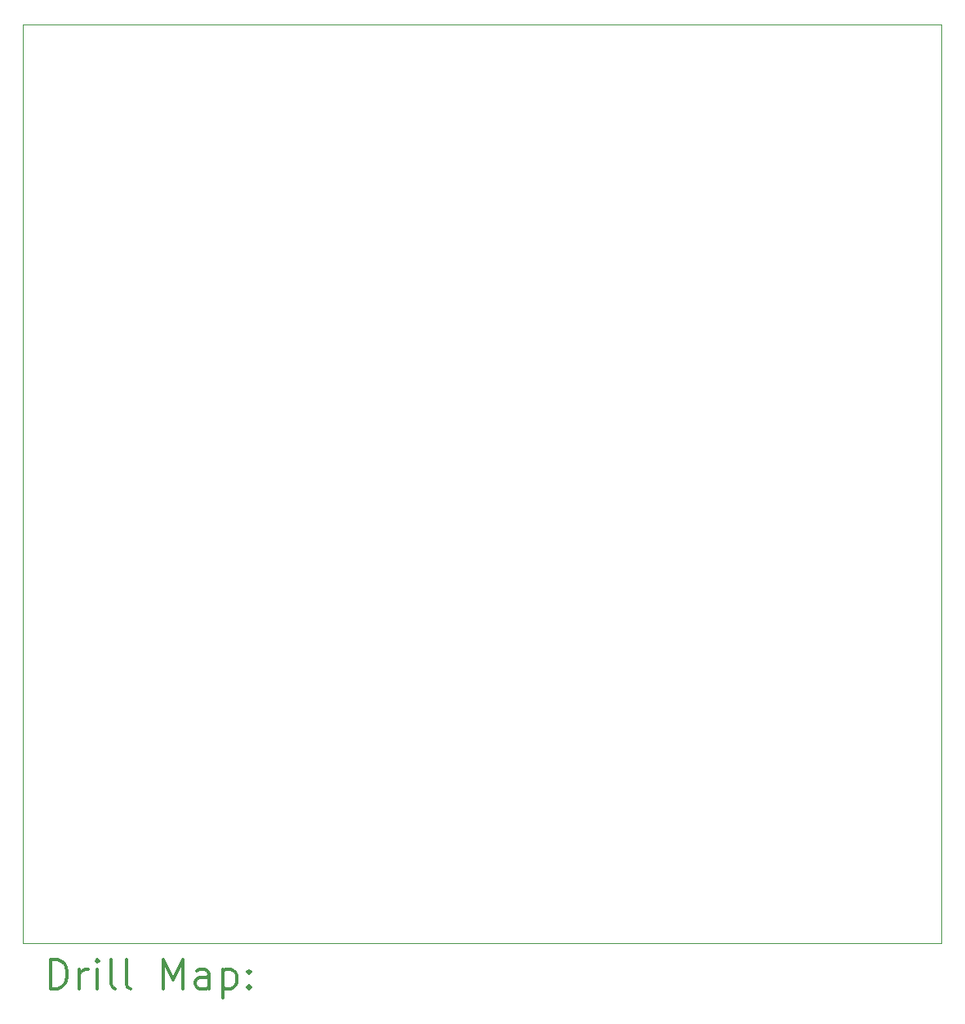
<source format=gbr>
%FSLAX45Y45*%
G04 Gerber Fmt 4.5, Leading zero omitted, Abs format (unit mm)*
G04 Created by KiCad (PCBNEW 5.99.0+really5.1.12+dfsg1-1~bpo11+1) date 2021-12-22 21:03:27*
%MOMM*%
%LPD*%
G01*
G04 APERTURE LIST*
%TA.AperFunction,Profile*%
%ADD10C,0.050000*%
%TD*%
%ADD11C,0.200000*%
%ADD12C,0.300000*%
G04 APERTURE END LIST*
D10*
X9232900Y-14706600D02*
X9232900Y-5181600D01*
X18757900Y-14706600D02*
X9232900Y-14706600D01*
X18757900Y-5181600D02*
X18757900Y-14706600D01*
X9232900Y-5181600D02*
X18757900Y-5181600D01*
D11*
D12*
X9516828Y-15174814D02*
X9516828Y-14874814D01*
X9588257Y-14874814D01*
X9631114Y-14889100D01*
X9659686Y-14917671D01*
X9673971Y-14946243D01*
X9688257Y-15003386D01*
X9688257Y-15046243D01*
X9673971Y-15103386D01*
X9659686Y-15131957D01*
X9631114Y-15160529D01*
X9588257Y-15174814D01*
X9516828Y-15174814D01*
X9816828Y-15174814D02*
X9816828Y-14974814D01*
X9816828Y-15031957D02*
X9831114Y-15003386D01*
X9845400Y-14989100D01*
X9873971Y-14974814D01*
X9902543Y-14974814D01*
X10002543Y-15174814D02*
X10002543Y-14974814D01*
X10002543Y-14874814D02*
X9988257Y-14889100D01*
X10002543Y-14903386D01*
X10016828Y-14889100D01*
X10002543Y-14874814D01*
X10002543Y-14903386D01*
X10188257Y-15174814D02*
X10159686Y-15160529D01*
X10145400Y-15131957D01*
X10145400Y-14874814D01*
X10345400Y-15174814D02*
X10316828Y-15160529D01*
X10302543Y-15131957D01*
X10302543Y-14874814D01*
X10688257Y-15174814D02*
X10688257Y-14874814D01*
X10788257Y-15089100D01*
X10888257Y-14874814D01*
X10888257Y-15174814D01*
X11159686Y-15174814D02*
X11159686Y-15017671D01*
X11145400Y-14989100D01*
X11116828Y-14974814D01*
X11059686Y-14974814D01*
X11031114Y-14989100D01*
X11159686Y-15160529D02*
X11131114Y-15174814D01*
X11059686Y-15174814D01*
X11031114Y-15160529D01*
X11016828Y-15131957D01*
X11016828Y-15103386D01*
X11031114Y-15074814D01*
X11059686Y-15060529D01*
X11131114Y-15060529D01*
X11159686Y-15046243D01*
X11302543Y-14974814D02*
X11302543Y-15274814D01*
X11302543Y-14989100D02*
X11331114Y-14974814D01*
X11388257Y-14974814D01*
X11416828Y-14989100D01*
X11431114Y-15003386D01*
X11445400Y-15031957D01*
X11445400Y-15117671D01*
X11431114Y-15146243D01*
X11416828Y-15160529D01*
X11388257Y-15174814D01*
X11331114Y-15174814D01*
X11302543Y-15160529D01*
X11573971Y-15146243D02*
X11588257Y-15160529D01*
X11573971Y-15174814D01*
X11559686Y-15160529D01*
X11573971Y-15146243D01*
X11573971Y-15174814D01*
X11573971Y-14989100D02*
X11588257Y-15003386D01*
X11573971Y-15017671D01*
X11559686Y-15003386D01*
X11573971Y-14989100D01*
X11573971Y-15017671D01*
M02*

</source>
